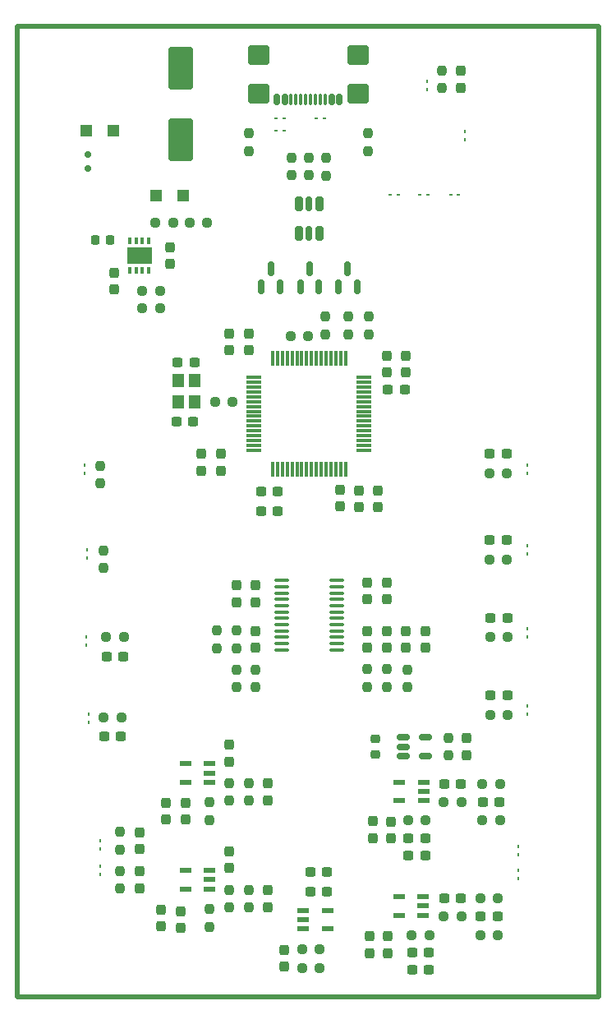
<source format=gbr>
%TF.GenerationSoftware,KiCad,Pcbnew,8.0.5*%
%TF.CreationDate,2024-09-12T11:50:27+01:00*%
%TF.ProjectId,Basic_DSP_V0_1,42617369-635f-4445-9350-5f56305f312e,rev?*%
%TF.SameCoordinates,Original*%
%TF.FileFunction,Paste,Top*%
%TF.FilePolarity,Positive*%
%FSLAX46Y46*%
G04 Gerber Fmt 4.6, Leading zero omitted, Abs format (unit mm)*
G04 Created by KiCad (PCBNEW 8.0.5) date 2024-09-12 11:50:27*
%MOMM*%
%LPD*%
G01*
G04 APERTURE LIST*
G04 Aperture macros list*
%AMRoundRect*
0 Rectangle with rounded corners*
0 $1 Rounding radius*
0 $2 $3 $4 $5 $6 $7 $8 $9 X,Y pos of 4 corners*
0 Add a 4 corners polygon primitive as box body*
4,1,4,$2,$3,$4,$5,$6,$7,$8,$9,$2,$3,0*
0 Add four circle primitives for the rounded corners*
1,1,$1+$1,$2,$3*
1,1,$1+$1,$4,$5*
1,1,$1+$1,$6,$7*
1,1,$1+$1,$8,$9*
0 Add four rect primitives between the rounded corners*
20,1,$1+$1,$2,$3,$4,$5,0*
20,1,$1+$1,$4,$5,$6,$7,0*
20,1,$1+$1,$6,$7,$8,$9,0*
20,1,$1+$1,$8,$9,$2,$3,0*%
G04 Aperture macros list end*
%ADD10RoundRect,0.160000X-0.240000X0.565000X-0.240000X-0.565000X0.240000X-0.565000X0.240000X0.565000X0*%
%ADD11RoundRect,0.120000X-0.180000X0.605000X-0.180000X-0.605000X0.180000X-0.605000X0.180000X0.605000X0*%
%ADD12R,0.350000X0.800000*%
%ADD13R,2.500000X1.750000*%
%ADD14R,1.200000X0.600000*%
%ADD15RoundRect,0.062500X0.062500X-0.117500X0.062500X0.117500X-0.062500X0.117500X-0.062500X-0.117500X0*%
%ADD16RoundRect,0.237500X-0.250000X-0.237500X0.250000X-0.237500X0.250000X0.237500X-0.250000X0.237500X0*%
%ADD17RoundRect,0.237500X-0.237500X0.250000X-0.237500X-0.250000X0.237500X-0.250000X0.237500X0.250000X0*%
%ADD18RoundRect,0.237500X-0.237500X0.300000X-0.237500X-0.300000X0.237500X-0.300000X0.237500X0.300000X0*%
%ADD19RoundRect,0.237500X0.237500X-0.250000X0.237500X0.250000X-0.237500X0.250000X-0.237500X-0.250000X0*%
%ADD20RoundRect,0.237500X0.237500X-0.300000X0.237500X0.300000X-0.237500X0.300000X-0.237500X-0.300000X0*%
%ADD21RoundRect,0.237500X-0.300000X-0.237500X0.300000X-0.237500X0.300000X0.237500X-0.300000X0.237500X0*%
%ADD22RoundRect,0.062500X-0.117500X-0.062500X0.117500X-0.062500X0.117500X0.062500X-0.117500X0.062500X0*%
%ADD23RoundRect,0.237500X0.300000X0.237500X-0.300000X0.237500X-0.300000X-0.237500X0.300000X-0.237500X0*%
%ADD24RoundRect,0.237500X0.250000X0.237500X-0.250000X0.237500X-0.250000X-0.237500X0.250000X-0.237500X0*%
%ADD25RoundRect,0.150000X0.150000X-0.587500X0.150000X0.587500X-0.150000X0.587500X-0.150000X-0.587500X0*%
%ADD26RoundRect,0.062500X-0.062500X0.117500X-0.062500X-0.117500X0.062500X-0.117500X0.062500X0.117500X0*%
%ADD27RoundRect,0.150000X0.200000X-0.150000X0.200000X0.150000X-0.200000X0.150000X-0.200000X-0.150000X0*%
%ADD28RoundRect,0.150000X-0.512500X-0.150000X0.512500X-0.150000X0.512500X0.150000X-0.512500X0.150000X0*%
%ADD29RoundRect,0.062500X0.117500X0.062500X-0.117500X0.062500X-0.117500X-0.062500X0.117500X-0.062500X0*%
%ADD30RoundRect,0.100000X-0.637500X-0.100000X0.637500X-0.100000X0.637500X0.100000X-0.637500X0.100000X0*%
%ADD31R,1.200000X1.400000*%
%ADD32RoundRect,0.225000X0.225000X0.250000X-0.225000X0.250000X-0.225000X-0.250000X0.225000X-0.250000X0*%
%ADD33RoundRect,0.225000X-0.250000X0.225000X-0.250000X-0.225000X0.250000X-0.225000X0.250000X0.225000X0*%
%ADD34RoundRect,0.075000X-0.700000X-0.075000X0.700000X-0.075000X0.700000X0.075000X-0.700000X0.075000X0*%
%ADD35RoundRect,0.075000X-0.075000X-0.700000X0.075000X-0.700000X0.075000X0.700000X-0.075000X0.700000X0*%
%ADD36RoundRect,0.150000X0.150000X0.425000X-0.150000X0.425000X-0.150000X-0.425000X0.150000X-0.425000X0*%
%ADD37RoundRect,0.075000X0.075000X0.500000X-0.075000X0.500000X-0.075000X-0.500000X0.075000X-0.500000X0*%
%ADD38RoundRect,0.250000X0.840000X0.750000X-0.840000X0.750000X-0.840000X-0.750000X0.840000X-0.750000X0*%
%ADD39R,1.200000X1.200000*%
%ADD40RoundRect,0.250000X1.000000X-1.950000X1.000000X1.950000X-1.000000X1.950000X-1.000000X-1.950000X0*%
%TA.AperFunction,Profile*%
%ADD41C,0.500000*%
%TD*%
G04 APERTURE END LIST*
D10*
%TO.C,D23*%
X104550000Y-322350000D03*
D11*
X103500000Y-322350000D03*
D10*
X102450000Y-322350000D03*
X102450000Y-325400000D03*
D11*
X103500000Y-325400000D03*
D10*
X104550000Y-325400000D03*
%TD*%
D12*
%TO.C,U3*%
X85025000Y-329200000D03*
X85675000Y-329200000D03*
X86325000Y-329200000D03*
X86975000Y-329200000D03*
X86975000Y-326200000D03*
X86325000Y-326200000D03*
X85675000Y-326200000D03*
X85025000Y-326200000D03*
D13*
X86000000Y-327700000D03*
%TD*%
D14*
%TO.C,U9*%
X102887500Y-395175000D03*
X102887500Y-396125000D03*
X102887500Y-397075000D03*
X105387500Y-397075000D03*
X105387500Y-395175000D03*
%TD*%
%TO.C,U6*%
X115250000Y-395650000D03*
X115250000Y-394700000D03*
X115250000Y-393750000D03*
X112750000Y-393750000D03*
X112750000Y-395650000D03*
%TD*%
%TO.C,U7*%
X115300000Y-383850000D03*
X115300000Y-382900000D03*
X115300000Y-381950000D03*
X112800000Y-381950000D03*
X112800000Y-383850000D03*
%TD*%
%TO.C,U10*%
X93250000Y-392950000D03*
X93250000Y-392000000D03*
X93250000Y-391050000D03*
X90750000Y-391050000D03*
X90750000Y-392950000D03*
%TD*%
%TO.C,U8*%
X93250000Y-381950000D03*
X93250000Y-381000000D03*
X93250000Y-380050000D03*
X90750000Y-380050000D03*
X90750000Y-381950000D03*
%TD*%
D15*
%TO.C,D12*%
X126000000Y-366160000D03*
X126000000Y-367000000D03*
%TD*%
D16*
%TO.C,R26*%
X122175000Y-367000000D03*
X124000000Y-367000000D03*
%TD*%
D17*
%TO.C,R5*%
X98000000Y-370337500D03*
X98000000Y-372162500D03*
%TD*%
D16*
%TO.C,R36*%
X102787500Y-401100000D03*
X104612500Y-401100000D03*
%TD*%
%TO.C,R23*%
X122087500Y-359000000D03*
X123912500Y-359000000D03*
%TD*%
D18*
%TO.C,C70*%
X88750000Y-384087500D03*
X88750000Y-385812500D03*
%TD*%
D19*
%TO.C,R34*%
X95250000Y-394862500D03*
X95250000Y-393037500D03*
%TD*%
D20*
%TO.C,C62*%
X111500000Y-339725000D03*
X111500000Y-338000000D03*
%TD*%
D21*
%TO.C,C38*%
X121387500Y-384000000D03*
X123112500Y-384000000D03*
%TD*%
D17*
%TO.C,R47*%
X109625000Y-333987500D03*
X109625000Y-335812500D03*
%TD*%
D16*
%TO.C,R9*%
X86287500Y-333100000D03*
X88112500Y-333100000D03*
%TD*%
D22*
%TO.C,D24*%
X105047500Y-313550000D03*
X104207500Y-313550000D03*
%TD*%
D23*
%TO.C,C23*%
X84362500Y-369000000D03*
X82637500Y-369000000D03*
%TD*%
D19*
%TO.C,R46*%
X105225000Y-319462500D03*
X105225000Y-317637500D03*
%TD*%
D20*
%TO.C,C15*%
X119750000Y-379162500D03*
X119750000Y-377437500D03*
%TD*%
D24*
%TO.C,R13*%
X84162500Y-375250000D03*
X82337500Y-375250000D03*
%TD*%
D20*
%TO.C,C12*%
X97300000Y-337462500D03*
X97300000Y-335737500D03*
%TD*%
D21*
%TO.C,C40*%
X122225000Y-373000000D03*
X123950000Y-373000000D03*
%TD*%
D20*
%TO.C,C4*%
X96000000Y-363412500D03*
X96000000Y-361687500D03*
%TD*%
D18*
%TO.C,C65*%
X94400000Y-348137500D03*
X94400000Y-349862500D03*
%TD*%
D25*
%TO.C,Q1*%
X106537500Y-330925000D03*
X108437500Y-330925000D03*
X107487500Y-329050000D03*
%TD*%
D16*
%TO.C,R21*%
X122087500Y-350100000D03*
X123912500Y-350100000D03*
%TD*%
D26*
%TO.C,D22*%
X80600000Y-358820000D03*
X80600000Y-357980000D03*
%TD*%
D18*
%TO.C,C13*%
X83400000Y-329437500D03*
X83400000Y-331162500D03*
%TD*%
D21*
%TO.C,C37*%
X122137500Y-357000000D03*
X123862500Y-357000000D03*
%TD*%
D19*
%TO.C,R41*%
X82000000Y-351162500D03*
X82000000Y-349337500D03*
%TD*%
%TO.C,R39*%
X97250000Y-316912500D03*
X97250000Y-315087500D03*
%TD*%
D27*
%TO.C,D3*%
X80700000Y-317300000D03*
X80700000Y-318700000D03*
%TD*%
D19*
%TO.C,R42*%
X82300000Y-359912500D03*
X82300000Y-358087500D03*
%TD*%
D17*
%TO.C,R50*%
X94000000Y-366337500D03*
X94000000Y-368162500D03*
%TD*%
D25*
%TO.C,Q3*%
X98587500Y-330925000D03*
X100487500Y-330925000D03*
X99537500Y-329050000D03*
%TD*%
D26*
%TO.C,D14*%
X82000000Y-388840000D03*
X82000000Y-388000000D03*
%TD*%
D19*
%TO.C,R31*%
X84000000Y-388912500D03*
X84000000Y-387087500D03*
%TD*%
D28*
%TO.C,U5*%
X113225000Y-377350000D03*
X113225000Y-378300000D03*
X113225000Y-379250000D03*
X115500000Y-379250000D03*
X115500000Y-377350000D03*
%TD*%
D29*
%TO.C,D26*%
X100080000Y-314800000D03*
X100920000Y-314800000D03*
%TD*%
D24*
%TO.C,R14*%
X119200000Y-395800000D03*
X117375000Y-395800000D03*
%TD*%
D18*
%TO.C,C46*%
X90250000Y-395225000D03*
X90250000Y-396950000D03*
%TD*%
D24*
%TO.C,R12*%
X84412500Y-367000000D03*
X82587500Y-367000000D03*
%TD*%
D21*
%TO.C,C35*%
X122137500Y-348100000D03*
X123862500Y-348100000D03*
%TD*%
D18*
%TO.C,C61*%
X108675000Y-351912500D03*
X108675000Y-353637500D03*
%TD*%
D20*
%TO.C,C2*%
X111500000Y-363112500D03*
X111500000Y-361387500D03*
%TD*%
D24*
%TO.C,R22*%
X123162500Y-385900000D03*
X121337500Y-385900000D03*
%TD*%
D30*
%TO.C,U2*%
X100637500Y-361175000D03*
X100637500Y-361825000D03*
X100637500Y-362475000D03*
X100637500Y-363125000D03*
X100637500Y-363775000D03*
X100637500Y-364425000D03*
X100637500Y-365075000D03*
X100637500Y-365725000D03*
X100637500Y-366375000D03*
X100637500Y-367025000D03*
X100637500Y-367675000D03*
X100637500Y-368325000D03*
X106362500Y-368325000D03*
X106362500Y-367675000D03*
X106362500Y-367025000D03*
X106362500Y-366375000D03*
X106362500Y-365725000D03*
X106362500Y-365075000D03*
X106362500Y-364425000D03*
X106362500Y-363775000D03*
X106362500Y-363125000D03*
X106362500Y-362475000D03*
X106362500Y-361825000D03*
X106362500Y-361175000D03*
%TD*%
D19*
%TO.C,R29*%
X95250000Y-383862500D03*
X95250000Y-382037500D03*
%TD*%
D24*
%TO.C,R16*%
X115912500Y-397700000D03*
X114087500Y-397700000D03*
%TD*%
D16*
%TO.C,R25*%
X121337500Y-382150000D03*
X123162500Y-382150000D03*
%TD*%
D23*
%TO.C,C72*%
X105325000Y-391200000D03*
X103600000Y-391200000D03*
%TD*%
D31*
%TO.C,Y1*%
X91700000Y-342800000D03*
X91700000Y-340600000D03*
X90000000Y-340600000D03*
X90000000Y-342800000D03*
%TD*%
D20*
%TO.C,C66*%
X113500000Y-339725000D03*
X113500000Y-338000000D03*
%TD*%
D23*
%TO.C,C28*%
X115862500Y-401300000D03*
X114137500Y-401300000D03*
%TD*%
D24*
%TO.C,R7*%
X88112500Y-331300000D03*
X86287500Y-331300000D03*
%TD*%
D15*
%TO.C,D8*%
X126000000Y-349280000D03*
X126000000Y-350120000D03*
%TD*%
D17*
%TO.C,R49*%
X105200000Y-333987500D03*
X105200000Y-335812500D03*
%TD*%
D19*
%TO.C,R4*%
X113600000Y-372162500D03*
X113600000Y-370337500D03*
%TD*%
D18*
%TO.C,C6*%
X111500000Y-366387500D03*
X111500000Y-368112500D03*
%TD*%
D15*
%TO.C,D9*%
X125100000Y-388580000D03*
X125100000Y-389420000D03*
%TD*%
D32*
%TO.C,C73*%
X82975000Y-326100000D03*
X81425000Y-326100000D03*
%TD*%
D26*
%TO.C,D4*%
X80800000Y-375800000D03*
X80800000Y-374960000D03*
%TD*%
D17*
%TO.C,R35*%
X93250000Y-395037500D03*
X93250000Y-396862500D03*
%TD*%
D33*
%TO.C,C74*%
X110362500Y-377525000D03*
X110362500Y-379075000D03*
%TD*%
D23*
%TO.C,C59*%
X91562500Y-344800000D03*
X89837500Y-344800000D03*
%TD*%
D17*
%TO.C,R3*%
X111500000Y-370287500D03*
X111500000Y-372112500D03*
%TD*%
D24*
%TO.C,R20*%
X119200000Y-384000000D03*
X117375000Y-384000000D03*
%TD*%
D23*
%TO.C,C75*%
X100262500Y-354000000D03*
X98537500Y-354000000D03*
%TD*%
D34*
%TO.C,U1*%
X97825000Y-340250000D03*
X97825000Y-340750000D03*
X97825000Y-341250000D03*
X97825000Y-341750000D03*
X97825000Y-342250000D03*
X97825000Y-342750000D03*
X97825000Y-343250000D03*
X97825000Y-343750000D03*
X97825000Y-344250000D03*
X97825000Y-344750000D03*
X97825000Y-345250000D03*
X97825000Y-345750000D03*
X97825000Y-346250000D03*
X97825000Y-346750000D03*
X97825000Y-347250000D03*
X97825000Y-347750000D03*
D35*
X99750000Y-349675000D03*
X100250000Y-349675000D03*
X100750000Y-349675000D03*
X101250000Y-349675000D03*
X101750000Y-349675000D03*
X102250000Y-349675000D03*
X102750000Y-349675000D03*
X103250000Y-349675000D03*
X103750000Y-349675000D03*
X104250000Y-349675000D03*
X104750000Y-349675000D03*
X105250000Y-349675000D03*
X105750000Y-349675000D03*
X106250000Y-349675000D03*
X106750000Y-349675000D03*
X107250000Y-349675000D03*
D34*
X109175000Y-347750000D03*
X109175000Y-347250000D03*
X109175000Y-346750000D03*
X109175000Y-346250000D03*
X109175000Y-345750000D03*
X109175000Y-345250000D03*
X109175000Y-344750000D03*
X109175000Y-344250000D03*
X109175000Y-343750000D03*
X109175000Y-343250000D03*
X109175000Y-342750000D03*
X109175000Y-342250000D03*
X109175000Y-341750000D03*
X109175000Y-341250000D03*
X109175000Y-340750000D03*
X109175000Y-340250000D03*
D35*
X107250000Y-338325000D03*
X106750000Y-338325000D03*
X106250000Y-338325000D03*
X105750000Y-338325000D03*
X105250000Y-338325000D03*
X104750000Y-338325000D03*
X104250000Y-338325000D03*
X103750000Y-338325000D03*
X103250000Y-338325000D03*
X102750000Y-338325000D03*
X102250000Y-338325000D03*
X101750000Y-338325000D03*
X101250000Y-338325000D03*
X100750000Y-338325000D03*
X100250000Y-338325000D03*
X99750000Y-338325000D03*
%TD*%
D18*
%TO.C,C8*%
X113500000Y-366387500D03*
X113500000Y-368112500D03*
%TD*%
%TO.C,C32*%
X111900000Y-386037500D03*
X111900000Y-387762500D03*
%TD*%
D36*
%TO.C,J4*%
X106600000Y-311600000D03*
X105800000Y-311600000D03*
D37*
X104650000Y-311600000D03*
X103650000Y-311600000D03*
X103150000Y-311600000D03*
X102150000Y-311600000D03*
D36*
X101000000Y-311600000D03*
X100200000Y-311600000D03*
X100200000Y-311600000D03*
X101000000Y-311600000D03*
D37*
X101650000Y-311600000D03*
X102650000Y-311600000D03*
X104150000Y-311600000D03*
X105150000Y-311600000D03*
D36*
X105800000Y-311600000D03*
X106600000Y-311600000D03*
D38*
X108510000Y-311005000D03*
X108510000Y-307075000D03*
X98290000Y-311005000D03*
X98290000Y-307075000D03*
%TD*%
D26*
%TO.C,D16*%
X119600000Y-315720000D03*
X119600000Y-314880000D03*
%TD*%
D39*
%TO.C,D1*%
X87700000Y-321500000D03*
X90500000Y-321500000D03*
%TD*%
D26*
%TO.C,D13*%
X80375000Y-350170000D03*
X80375000Y-349330000D03*
%TD*%
D19*
%TO.C,R45*%
X103500000Y-319412500D03*
X103500000Y-317587500D03*
%TD*%
D21*
%TO.C,C34*%
X113757500Y-387700000D03*
X115482500Y-387700000D03*
%TD*%
D23*
%TO.C,C63*%
X100262500Y-352000000D03*
X98537500Y-352000000D03*
%TD*%
D21*
%TO.C,C39*%
X122225000Y-365000000D03*
X123950000Y-365000000D03*
%TD*%
D18*
%TO.C,C68*%
X111600000Y-397837500D03*
X111600000Y-399562500D03*
%TD*%
D19*
%TO.C,R38*%
X117150000Y-310447500D03*
X117150000Y-308622500D03*
%TD*%
D16*
%TO.C,R10*%
X91187500Y-324300000D03*
X93012500Y-324300000D03*
%TD*%
D18*
%TO.C,C67*%
X110575000Y-351912500D03*
X110575000Y-353637500D03*
%TD*%
D15*
%TO.C,D6*%
X125100000Y-391035000D03*
X125100000Y-391875000D03*
%TD*%
D18*
%TO.C,C14*%
X89175000Y-326837500D03*
X89175000Y-328562500D03*
%TD*%
%TO.C,C3*%
X98000000Y-366387500D03*
X98000000Y-368112500D03*
%TD*%
D17*
%TO.C,R1*%
X96000000Y-366337500D03*
X96000000Y-368162500D03*
%TD*%
D18*
%TO.C,C49*%
X100900000Y-399237500D03*
X100900000Y-400962500D03*
%TD*%
D15*
%TO.C,D11*%
X126000000Y-374080000D03*
X126000000Y-374920000D03*
%TD*%
D18*
%TO.C,C7*%
X109500000Y-366387500D03*
X109500000Y-368112500D03*
%TD*%
D23*
%TO.C,C24*%
X84112500Y-377250000D03*
X82387500Y-377250000D03*
%TD*%
D17*
%TO.C,R11*%
X117862500Y-377387500D03*
X117862500Y-379212500D03*
%TD*%
D24*
%TO.C,R15*%
X122962500Y-393900000D03*
X121137500Y-393900000D03*
%TD*%
D18*
%TO.C,C41*%
X90750000Y-384087500D03*
X90750000Y-385812500D03*
%TD*%
D21*
%TO.C,C27*%
X114137500Y-399500000D03*
X115862500Y-399500000D03*
%TD*%
D18*
%TO.C,C47*%
X99250000Y-393087500D03*
X99250000Y-394812500D03*
%TD*%
D29*
%TO.C,D21*%
X100080000Y-313600000D03*
X100920000Y-313600000D03*
%TD*%
D18*
%TO.C,C69*%
X110050000Y-385987500D03*
X110050000Y-387712500D03*
%TD*%
D16*
%TO.C,R43*%
X93787500Y-342800000D03*
X95612500Y-342800000D03*
%TD*%
D39*
%TO.C,D2*%
X83300000Y-314850000D03*
X80500000Y-314850000D03*
%TD*%
D29*
%TO.C,D19*%
X114880000Y-321435000D03*
X115720000Y-321435000D03*
%TD*%
D21*
%TO.C,C60*%
X89937500Y-338700000D03*
X91662500Y-338700000D03*
%TD*%
D19*
%TO.C,R40*%
X109600000Y-316912500D03*
X109600000Y-315087500D03*
%TD*%
D23*
%TO.C,C36*%
X115482500Y-389500000D03*
X113757500Y-389500000D03*
%TD*%
D24*
%TO.C,R51*%
X103412500Y-336000000D03*
X101587500Y-336000000D03*
%TD*%
D20*
%TO.C,C50*%
X95250000Y-390812500D03*
X95250000Y-389087500D03*
%TD*%
D18*
%TO.C,C42*%
X99250000Y-382087500D03*
X99250000Y-383812500D03*
%TD*%
D16*
%TO.C,R8*%
X87657500Y-324300000D03*
X89482500Y-324300000D03*
%TD*%
D18*
%TO.C,C53*%
X119150000Y-308672500D03*
X119150000Y-310397500D03*
%TD*%
D40*
%TO.C,C16*%
X90225000Y-315800000D03*
X90225000Y-308400000D03*
%TD*%
D17*
%TO.C,R30*%
X93250000Y-384037500D03*
X93250000Y-385862500D03*
%TD*%
D24*
%TO.C,R32*%
X104612500Y-399200000D03*
X102787500Y-399200000D03*
%TD*%
D25*
%TO.C,Q2*%
X102587500Y-330925000D03*
X104487500Y-330925000D03*
X103537500Y-329050000D03*
%TD*%
D20*
%TO.C,C48*%
X86000000Y-392862500D03*
X86000000Y-391137500D03*
%TD*%
D21*
%TO.C,C29*%
X121187500Y-395800000D03*
X122912500Y-395800000D03*
%TD*%
D26*
%TO.C,D15*%
X82000000Y-391420000D03*
X82000000Y-390580000D03*
%TD*%
D24*
%TO.C,R24*%
X115532500Y-385900000D03*
X113707500Y-385900000D03*
%TD*%
D17*
%TO.C,R48*%
X107525000Y-333987500D03*
X107525000Y-335812500D03*
%TD*%
D20*
%TO.C,C43*%
X86000000Y-388862500D03*
X86000000Y-387137500D03*
%TD*%
D17*
%TO.C,R33*%
X97250000Y-393037500D03*
X97250000Y-394862500D03*
%TD*%
D23*
%TO.C,C33*%
X119150000Y-382150000D03*
X117425000Y-382150000D03*
%TD*%
D15*
%TO.C,D10*%
X126000000Y-357580000D03*
X126000000Y-358420000D03*
%TD*%
D23*
%TO.C,C26*%
X119150000Y-393900000D03*
X117425000Y-393900000D03*
%TD*%
D20*
%TO.C,C5*%
X98000000Y-363412500D03*
X98000000Y-361687500D03*
%TD*%
D19*
%TO.C,R37*%
X84000000Y-392912500D03*
X84000000Y-391087500D03*
%TD*%
D18*
%TO.C,C51*%
X106725000Y-351837500D03*
X106725000Y-353562500D03*
%TD*%
%TO.C,C9*%
X115500000Y-366387500D03*
X115500000Y-368112500D03*
%TD*%
D23*
%TO.C,C45*%
X105325000Y-393200000D03*
X103600000Y-393200000D03*
%TD*%
D17*
%TO.C,R2*%
X109500000Y-370287500D03*
X109500000Y-372112500D03*
%TD*%
D20*
%TO.C,C44*%
X95250000Y-379812500D03*
X95250000Y-378087500D03*
%TD*%
D29*
%TO.C,D18*%
X118080000Y-321400000D03*
X118920000Y-321400000D03*
%TD*%
D21*
%TO.C,C52*%
X111637500Y-341500000D03*
X113362500Y-341500000D03*
%TD*%
D20*
%TO.C,C76*%
X95300000Y-337462500D03*
X95300000Y-335737500D03*
%TD*%
D18*
%TO.C,C58*%
X92400000Y-348137500D03*
X92400000Y-349862500D03*
%TD*%
D15*
%TO.C,D20*%
X115700000Y-309715000D03*
X115700000Y-310555000D03*
%TD*%
D29*
%TO.C,D17*%
X112670000Y-321435000D03*
X111830000Y-321435000D03*
%TD*%
D17*
%TO.C,R28*%
X97250000Y-382037500D03*
X97250000Y-383862500D03*
%TD*%
D20*
%TO.C,C1*%
X109500000Y-363112500D03*
X109500000Y-361387500D03*
%TD*%
D16*
%TO.C,R17*%
X121137500Y-397700000D03*
X122962500Y-397700000D03*
%TD*%
D26*
%TO.C,D25*%
X80525000Y-367820000D03*
X80525000Y-366980000D03*
%TD*%
D18*
%TO.C,C71*%
X88250000Y-395087500D03*
X88250000Y-396812500D03*
%TD*%
D16*
%TO.C,R27*%
X122175000Y-375000000D03*
X124000000Y-375000000D03*
%TD*%
D18*
%TO.C,C25*%
X109700000Y-397837500D03*
X109700000Y-399562500D03*
%TD*%
D17*
%TO.C,R6*%
X96000000Y-370337500D03*
X96000000Y-372162500D03*
%TD*%
D19*
%TO.C,R44*%
X101700000Y-319437500D03*
X101700000Y-317612500D03*
%TD*%
D41*
X73400000Y-304100000D02*
X133400000Y-304100000D01*
X133400000Y-404100000D01*
X73400000Y-404100000D01*
X73400000Y-304100000D01*
M02*

</source>
